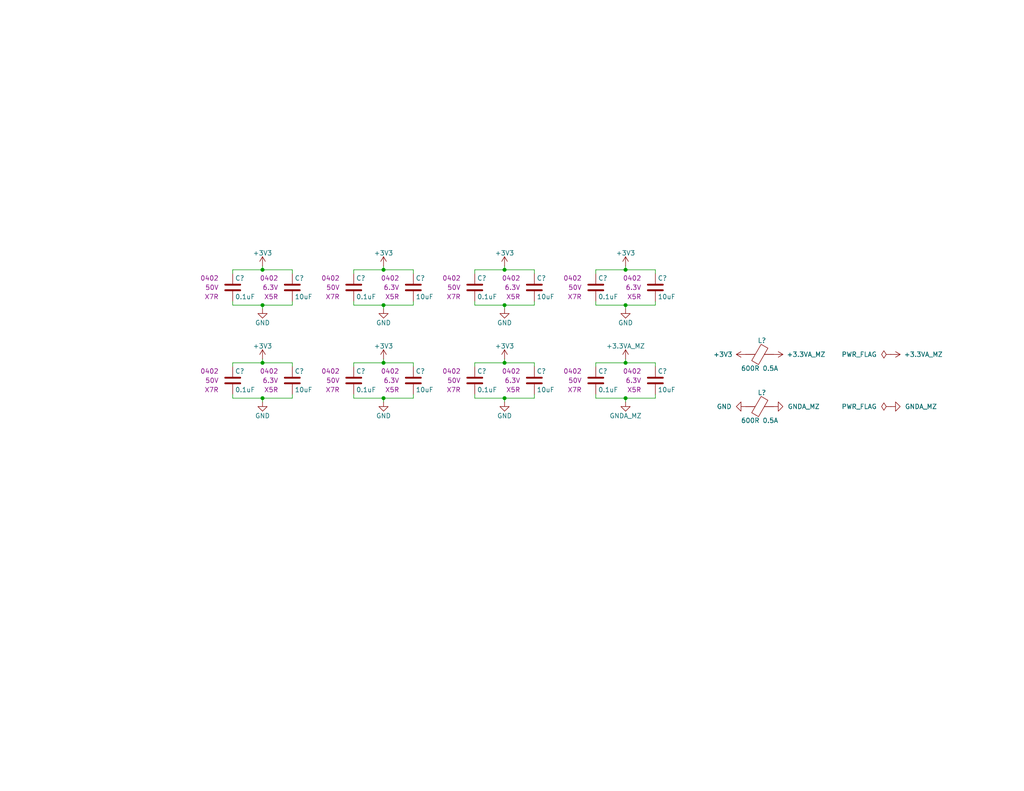
<source format=kicad_sch>
(kicad_sch (version 20211123) (generator eeschema)
  (paper "A")
  (lib_symbols
    (symbol "Custom_Library:+3.3VA_MZ" (power) (pin_names (offset 0))
      (property "Value" "+3.3VA_MZ" (at 0 3.556 0))
      (symbol "+3.3VA_MZ_0_1"
        (polyline (pts (xy -0.762 1.27) (xy 0 2.54)))
        (polyline (pts (xy 0 0) (xy 0 2.54)))
        (polyline (pts (xy 0 2.54) (xy 0.762 1.27)))
      )
      (symbol "+3.3VA_MZ_1_1"
        (pin power_in line (at 0 0 90) (length 0) hide (name "+3.3VA_MZ") (number "1"))
      )
    )
    (symbol "Custom_Library:C_Custom" (pin_numbers hide) (pin_names (offset 0.254))
      (property "Reference" "C" (at 0.635 2.54 0))
      (property "Value" "C_Custom" (at 0.635 -2.54 0))
      (property "display_footprint" "Foot" (at -3.81 2.54 0))
      (property "Voltage" "V" (at -3.81 0 0))
      (property "Dielectric" "Er" (at -3.81 -2.54 0))
      (symbol "C_Custom_0_1"
        (polyline (pts (xy -2.032 -0.762) (xy 2.032 -0.762)) (stroke (width 0.508)))
        (polyline (pts (xy -2.032 0.762) (xy 2.032 0.762)) (stroke (width 0.508)))
      )
      (symbol "C_Custom_1_1"
        (pin passive line (at 0 3.81 270) (length 2.794) (name "~") (number "1"))
        (pin passive line (at 0 -3.81 90) (length 2.794) (name "~") (number "2"))
      )
    )
    (symbol "Custom_Library:GNDA_MZ" (power) (pin_names (offset 0))
      (property "Value" "GNDA_MZ" (at 0 -3.81 0))
      (symbol "GNDA_MZ_0_1"
        (polyline (pts (xy 0 0) (xy 0 -1.27) (xy 1.27 -1.27) (xy 0 -2.54) (xy -1.27 -1.27) (xy 0 -1.27)))
      )
      (symbol "GNDA_MZ_1_1"
        (pin power_in line (at 0 0 270) (length 0) hide (name "GNDA_MZ") (number "1"))
      )
    )
    (symbol "LED_Panel_Controller-rescue:+3.3V-power" (power) (pin_names (offset 0))
      (property "Value" "+3.3V-power" (at 0 3.556 0))
      (symbol "+3.3V-power_0_1"
        (polyline (pts (xy -0.762 1.27) (xy 0 2.54)))
        (polyline (pts (xy 0 0) (xy 0 2.54)))
        (polyline (pts (xy 0 2.54) (xy 0.762 1.27)))
      )
      (symbol "+3.3V-power_1_1"
        (pin power_in line (at 0 0 90) (length 0) hide (name "+3V3") (number "1"))
      )
    )
    (symbol "LED_Panel_Controller-rescue:Ferrite_Bead-Device" (pin_numbers hide) (pin_names (offset 0))
      (property "Reference" "FB" (at -3.81 0.635 90))
      (property "Value" "Ferrite_Bead-Device" (at 3.81 0 90))
      (symbol "Ferrite_Bead-Device_0_1"
        (polyline (pts (xy 0 -1.27) (xy 0 -1.2192)))
        (polyline (pts (xy 0 1.27) (xy 0 1.2954)))
        (polyline (pts (xy -2.7686 0.4064) (xy -1.7018 2.2606) (xy 2.7686 -0.3048) (xy 1.6764 -2.159) (xy -2.7686 0.4064)))
      )
      (symbol "Ferrite_Bead-Device_1_1"
        (pin passive line (at 0 3.81 270) (length 2.54) (name "~") (number "1"))
        (pin passive line (at 0 -3.81 90) (length 2.54) (name "~") (number "2"))
      )
    )
    (symbol "power:GND" (power) (pin_names (offset 0))
      (property "Value" "GND" (at 0 -3.81 0))
      (symbol "GND_0_1"
        (polyline (pts (xy 0 0) (xy 0 -1.27) (xy 1.27 -1.27) (xy 0 -2.54) (xy -1.27 -1.27) (xy 0 -1.27)))
      )
      (symbol "GND_1_1"
        (pin power_in line (at 0 0 270) (length 0) hide (name "GND") (number "1"))
      )
    )
    (symbol "power:PWR_FLAG" (power) (pin_numbers hide) (pin_names (offset 0) hide)
      (property "Value" "PWR_FLAG" (at 0 3.81 0))
      (symbol "PWR_FLAG_0_0"
        (pin power_out line (at 0 0 90) (length 0) (name "pwr") (number "1"))
      )
      (symbol "PWR_FLAG_0_1"
        (polyline (pts (xy 0 0) (xy 0 1.27) (xy -1.016 1.905) (xy 0 2.54) (xy 1.016 1.905) (xy 0 1.27)))
      )
    )
  )
  (junction (at 104.648 83.312))
  (junction (at 71.628 99.06))
  (junction (at 137.668 73.66))
  (junction (at 71.628 108.712))
  (junction (at 137.668 108.712))
  (junction (at 137.668 83.312))
  (junction (at 104.648 108.712))
  (junction (at 170.688 108.712))
  (junction (at 170.688 83.312))
  (junction (at 170.688 73.66))
  (junction (at 104.648 99.06))
  (junction (at 170.688 99.06))
  (junction (at 104.648 73.66))
  (junction (at 71.628 73.66))
  (junction (at 137.668 99.06))
  (junction (at 71.628 83.312))
  (wire (pts (xy 162.56 108.712) (xy 170.688 108.712)))
  (wire (pts (xy 104.648 73.66) (xy 112.776 73.66)))
  (wire (pts (xy 96.52 73.66) (xy 104.648 73.66)))
  (wire (pts (xy 96.52 73.66) (xy 96.52 74.676)))
  (wire (pts (xy 178.816 99.06) (xy 178.816 100.076)))
  (wire (pts (xy 137.668 108.712) (xy 137.668 109.728)))
  (wire (pts (xy 71.628 99.06) (xy 79.756 99.06)))
  (wire (pts (xy 170.688 98.044) (xy 170.688 99.06)))
  (wire (pts (xy 129.54 83.312) (xy 137.668 83.312)))
  (wire (pts (xy 170.688 83.312) (xy 178.816 83.312)))
  (wire (pts (xy 104.648 72.644) (xy 104.648 73.66)))
  (wire (pts (xy 137.668 83.312) (xy 137.668 84.328)))
  (wire (pts (xy 137.668 72.644) (xy 137.668 73.66)))
  (wire (pts (xy 129.54 99.06) (xy 129.54 100.076)))
  (wire (pts (xy 96.52 99.06) (xy 96.52 100.076)))
  (wire (pts (xy 71.628 108.712) (xy 79.756 108.712)))
  (wire (pts (xy 162.56 83.312) (xy 170.688 83.312)))
  (wire (pts (xy 104.648 83.312) (xy 112.776 83.312)))
  (wire (pts (xy 63.5 99.06) (xy 71.628 99.06)))
  (wire (pts (xy 63.5 99.06) (xy 63.5 100.076)))
  (wire (pts (xy 71.628 108.712) (xy 71.628 109.728)))
  (wire (pts (xy 162.56 99.06) (xy 162.56 100.076)))
  (wire (pts (xy 112.776 83.312) (xy 112.776 82.296)))
  (wire (pts (xy 129.54 73.66) (xy 129.54 74.676)))
  (wire (pts (xy 104.648 108.712) (xy 104.648 109.728)))
  (wire (pts (xy 137.668 83.312) (xy 145.796 83.312)))
  (wire (pts (xy 145.796 73.66) (xy 145.796 74.676)))
  (wire (pts (xy 63.5 108.712) (xy 63.5 107.696)))
  (wire (pts (xy 63.5 73.66) (xy 63.5 74.676)))
  (wire (pts (xy 112.776 108.712) (xy 112.776 107.696)))
  (wire (pts (xy 162.56 73.66) (xy 170.688 73.66)))
  (wire (pts (xy 137.668 98.044) (xy 137.668 99.06)))
  (wire (pts (xy 129.54 108.712) (xy 129.54 107.696)))
  (wire (pts (xy 71.628 83.312) (xy 79.756 83.312)))
  (wire (pts (xy 104.648 98.044) (xy 104.648 99.06)))
  (wire (pts (xy 79.756 108.712) (xy 79.756 107.696)))
  (wire (pts (xy 129.54 83.312) (xy 129.54 82.296)))
  (wire (pts (xy 170.688 83.312) (xy 170.688 84.328)))
  (wire (pts (xy 170.688 108.712) (xy 170.688 109.728)))
  (wire (pts (xy 170.688 99.06) (xy 178.816 99.06)))
  (wire (pts (xy 145.796 99.06) (xy 145.796 100.076)))
  (wire (pts (xy 178.816 73.66) (xy 178.816 74.676)))
  (wire (pts (xy 162.56 73.66) (xy 162.56 74.676)))
  (wire (pts (xy 137.668 99.06) (xy 145.796 99.06)))
  (wire (pts (xy 112.776 99.06) (xy 112.776 100.076)))
  (wire (pts (xy 112.776 73.66) (xy 112.776 74.676)))
  (wire (pts (xy 96.52 108.712) (xy 104.648 108.712)))
  (wire (pts (xy 145.796 83.312) (xy 145.796 82.296)))
  (wire (pts (xy 96.52 83.312) (xy 104.648 83.312)))
  (wire (pts (xy 129.54 99.06) (xy 137.668 99.06)))
  (wire (pts (xy 79.756 73.66) (xy 79.756 74.676)))
  (wire (pts (xy 96.52 108.712) (xy 96.52 107.696)))
  (wire (pts (xy 63.5 108.712) (xy 71.628 108.712)))
  (wire (pts (xy 71.628 73.66) (xy 79.756 73.66)))
  (wire (pts (xy 79.756 99.06) (xy 79.756 100.076)))
  (wire (pts (xy 129.54 108.712) (xy 137.668 108.712)))
  (wire (pts (xy 104.648 83.312) (xy 104.648 84.328)))
  (wire (pts (xy 96.52 99.06) (xy 104.648 99.06)))
  (wire (pts (xy 178.816 83.312) (xy 178.816 82.296)))
  (wire (pts (xy 162.56 83.312) (xy 162.56 82.296)))
  (wire (pts (xy 63.5 83.312) (xy 63.5 82.296)))
  (wire (pts (xy 178.816 108.712) (xy 178.816 107.696)))
  (wire (pts (xy 63.5 73.66) (xy 71.628 73.66)))
  (wire (pts (xy 170.688 108.712) (xy 178.816 108.712)))
  (wire (pts (xy 129.54 73.66) (xy 137.668 73.66)))
  (wire (pts (xy 96.52 83.312) (xy 96.52 82.296)))
  (wire (pts (xy 162.56 99.06) (xy 170.688 99.06)))
  (wire (pts (xy 104.648 108.712) (xy 112.776 108.712)))
  (wire (pts (xy 71.628 98.044) (xy 71.628 99.06)))
  (wire (pts (xy 137.668 108.712) (xy 145.796 108.712)))
  (wire (pts (xy 145.796 108.712) (xy 145.796 107.696)))
  (wire (pts (xy 71.628 83.312) (xy 71.628 84.328)))
  (wire (pts (xy 79.756 83.312) (xy 79.756 82.296)))
  (wire (pts (xy 162.56 108.712) (xy 162.56 107.696)))
  (wire (pts (xy 71.628 72.644) (xy 71.628 73.66)))
  (wire (pts (xy 170.688 73.66) (xy 178.816 73.66)))
  (wire (pts (xy 63.5 83.312) (xy 71.628 83.312)))
  (wire (pts (xy 170.688 72.644) (xy 170.688 73.66)))
  (wire (pts (xy 137.668 73.66) (xy 145.796 73.66)))
  (wire (pts (xy 104.648 99.06) (xy 112.776 99.06)))
  (symbol (lib_id "Custom_Library:C_Custom") (at 162.56 103.886 0) (unit 1)
    (property "Reference" "C?" (at 163.195 101.346 0) (effects (justify left)))
    (property "Value" "0.1uF" (at 163.195 106.426 0) (effects (justify left)))
    (property "Footprint" "Capacitors_SMD:C_0402" (effects hide))
    (property "display_footprint" "0402" (at 158.75 101.346 0) (effects (justify right)))
    (property "Voltage" "50V" (at 158.75 103.886 0) (effects (justify right)))
    (property "Dielectric" "X7R" (at 158.75 106.426 0) (effects (justify right)))
    (property "Digi-Key PN" "490-10698-1-ND" (effects hide))
  )
  (symbol (lib_id "power:GND") (at 104.648 84.328 0) (unit 1)
    (property "Reference" "#PWR?" (effects hide))
    (property "Value" "GND" (at 104.648 88.138 0))
  )
  (symbol (lib_id "LED_Panel_Controller-rescue:+3.3V-power") (at 203.454 96.774 90) (unit 1)
    (property "Reference" "#PWR?" (effects hide))
    (property "Value" "+3.3V" (at 199.898 96.774 90) (effects (justify left)))
  )
  (symbol (lib_id "power:GND") (at 137.668 84.328 0) (unit 1)
    (property "Reference" "#PWR?" (effects hide))
    (property "Value" "GND" (at 137.668 88.138 0))
  )
  (symbol (lib_id "Custom_Library:GNDA_MZ") (at 170.688 109.728 0) (unit 1)
    (property "Reference" "#PWR?" (effects hide))
    (property "Value" "GNDA_MZ" (at 170.688 113.538 0))
  )
  (symbol (lib_id "Custom_Library:C_Custom") (at 129.54 78.486 0) (unit 1)
    (property "Reference" "C?" (at 130.175 75.946 0) (effects (justify left)))
    (property "Value" "0.1uF" (at 130.175 81.026 0) (effects (justify left)))
    (property "Footprint" "Capacitors_SMD:C_0402" (effects hide))
    (property "display_footprint" "0402" (at 125.73 75.946 0) (effects (justify right)))
    (property "Voltage" "50V" (at 125.73 78.486 0) (effects (justify right)))
    (property "Dielectric" "X7R" (at 125.73 81.026 0) (effects (justify right)))
    (property "Digi-Key PN" "490-10698-1-ND" (effects hide))
  )
  (symbol (lib_id "Custom_Library:C_Custom") (at 112.776 103.886 0) (unit 1)
    (property "Reference" "C?" (at 113.411 101.346 0) (effects (justify left)))
    (property "Value" "10uF" (at 113.411 106.426 0) (effects (justify left)))
    (property "Footprint" "Capacitors_SMD:C_0402" (effects hide))
    (property "display_footprint" "0402" (at 108.966 101.346 0) (effects (justify right)))
    (property "Voltage" "6.3V" (at 108.966 103.886 0) (effects (justify right)))
    (property "Dielectric" "X5R" (at 108.966 106.426 0) (effects (justify right)))
    (property "Digi-Key PN" "1276-1451-1-ND" (effects hide))
  )
  (symbol (lib_id "Custom_Library:C_Custom") (at 162.56 78.486 0) (unit 1)
    (property "Reference" "C?" (at 163.195 75.946 0) (effects (justify left)))
    (property "Value" "0.1uF" (at 163.195 81.026 0) (effects (justify left)))
    (property "Footprint" "Capacitors_SMD:C_0402" (effects hide))
    (property "display_footprint" "0402" (at 158.75 75.946 0) (effects (justify right)))
    (property "Voltage" "50V" (at 158.75 78.486 0) (effects (justify right)))
    (property "Dielectric" "X7R" (at 158.75 81.026 0) (effects (justify right)))
    (property "Digi-Key PN" "490-10698-1-ND" (effects hide))
  )
  (symbol (lib_id "Custom_Library:C_Custom") (at 63.5 103.886 0) (unit 1)
    (property "Reference" "C?" (at 64.135 101.346 0) (effects (justify left)))
    (property "Value" "0.1uF" (at 64.135 106.426 0) (effects (justify left)))
    (property "Footprint" "Capacitors_SMD:C_0402" (effects hide))
    (property "display_footprint" "0402" (at 59.69 101.346 0) (effects (justify right)))
    (property "Voltage" "50V" (at 59.69 103.886 0) (effects (justify right)))
    (property "Dielectric" "X7R" (at 59.69 106.426 0) (effects (justify right)))
    (property "Digi-Key PN" "490-10698-1-ND" (effects hide))
  )
  (symbol (lib_id "Custom_Library:C_Custom") (at 63.5 78.486 0) (unit 1)
    (property "Reference" "C?" (at 64.135 75.946 0) (effects (justify left)))
    (property "Value" "0.1uF" (at 64.135 81.026 0) (effects (justify left)))
    (property "Footprint" "Capacitors_SMD:C_0402" (effects hide))
    (property "display_footprint" "0402" (at 59.69 75.946 0) (effects (justify right)))
    (property "Voltage" "50V" (at 59.69 78.486 0) (effects (justify right)))
    (property "Dielectric" "X7R" (at 59.69 81.026 0) (effects (justify right)))
    (property "Digi-Key PN" "490-10698-1-ND" (effects hide))
  )
  (symbol (lib_id "LED_Panel_Controller-rescue:+3.3V-power") (at 104.648 98.044 0) (unit 1)
    (property "Reference" "#PWR?" (effects hide))
    (property "Value" "+3.3V" (at 104.648 94.488 0))
  )
  (symbol (lib_id "power:GND") (at 170.688 84.328 0) (unit 1)
    (property "Reference" "#PWR?" (effects hide))
    (property "Value" "GND" (at 170.688 88.138 0))
  )
  (symbol (lib_id "LED_Panel_Controller-rescue:+3.3V-power") (at 137.668 98.044 0) (unit 1)
    (property "Reference" "#PWR?" (effects hide))
    (property "Value" "+3.3V" (at 137.668 94.488 0))
  )
  (symbol (lib_id "LED_Panel_Controller-rescue:Ferrite_Bead-Device") (at 207.264 110.998 270) (unit 1)
    (property "Reference" "L?" (at 207.899 107.188 90))
    (property "Value" "600R 0.5A" (at 207.264 114.808 90))
    (property "Footprint" "Inductors_SMD:L_0402" (effects hide))
    (property "Digi-Key PN" "490-5441-1-ND" (effects hide))
  )
  (symbol (lib_id "Custom_Library:+3.3VA_MZ") (at 211.074 96.774 270) (unit 1)
    (property "Reference" "#PWR?" (effects hide))
    (property "Value" "+3.3VA_MZ" (at 214.63 96.774 90) (effects (justify left)))
  )
  (symbol (lib_id "Custom_Library:C_Custom") (at 145.796 103.886 0) (unit 1)
    (property "Reference" "C?" (at 146.431 101.346 0) (effects (justify left)))
    (property "Value" "10uF" (at 146.431 106.426 0) (effects (justify left)))
    (property "Footprint" "Capacitors_SMD:C_0402" (effects hide))
    (property "display_footprint" "0402" (at 141.986 101.346 0) (effects (justify right)))
    (property "Voltage" "6.3V" (at 141.986 103.886 0) (effects (justify right)))
    (property "Dielectric" "X5R" (at 141.986 106.426 0) (effects (justify right)))
    (property "Digi-Key PN" "1276-1451-1-ND" (effects hide))
  )
  (symbol (lib_id "LED_Panel_Controller-rescue:Ferrite_Bead-Device") (at 207.264 96.774 270) (unit 1)
    (property "Reference" "L?" (at 207.899 92.964 90))
    (property "Value" "600R 0.5A" (at 207.264 100.584 90))
    (property "Footprint" "Inductors_SMD:L_0402" (effects hide))
    (property "Digi-Key PN" "490-5441-1-ND" (effects hide))
  )
  (symbol (lib_id "power:GND") (at 137.668 109.728 0) (unit 1)
    (property "Reference" "#PWR?" (effects hide))
    (property "Value" "GND" (at 137.668 113.538 0))
  )
  (symbol (lib_id "power:GND") (at 104.648 109.728 0) (unit 1)
    (property "Reference" "#PWR?" (effects hide))
    (property "Value" "GND" (at 104.648 113.538 0))
  )
  (symbol (lib_id "LED_Panel_Controller-rescue:+3.3V-power") (at 71.628 98.044 0) (unit 1)
    (property "Reference" "#PWR?" (effects hide))
    (property "Value" "+3.3V" (at 71.628 94.488 0))
  )
  (symbol (lib_id "Custom_Library:C_Custom") (at 79.756 78.486 0) (unit 1)
    (property "Reference" "C?" (at 80.391 75.946 0) (effects (justify left)))
    (property "Value" "10uF" (at 80.391 81.026 0) (effects (justify left)))
    (property "Footprint" "Capacitors_SMD:C_0402" (effects hide))
    (property "display_footprint" "0402" (at 75.946 75.946 0) (effects (justify right)))
    (property "Voltage" "6.3V" (at 75.946 78.486 0) (effects (justify right)))
    (property "Dielectric" "X5R" (at 75.946 81.026 0) (effects (justify right)))
    (property "Digi-Key PN" "1276-1451-1-ND" (effects hide))
  )
  (symbol (lib_id "Custom_Library:C_Custom") (at 79.756 103.886 0) (unit 1)
    (property "Reference" "C?" (at 80.391 101.346 0) (effects (justify left)))
    (property "Value" "10uF" (at 80.391 106.426 0) (effects (justify left)))
    (property "Footprint" "Capacitors_SMD:C_0402" (effects hide))
    (property "display_footprint" "0402" (at 75.946 101.346 0) (effects (justify right)))
    (property "Voltage" "6.3V" (at 75.946 103.886 0) (effects (justify right)))
    (property "Dielectric" "X5R" (at 75.946 106.426 0) (effects (justify right)))
    (property "Digi-Key PN" "1276-1451-1-ND" (effects hide))
  )
  (symbol (lib_id "power:GND") (at 203.454 110.998 270) (unit 1)
    (property "Reference" "#PWR?" (effects hide))
    (property "Value" "GND" (at 199.644 110.998 90) (effects (justify right)))
  )
  (symbol (lib_id "Custom_Library:+3.3VA_MZ") (at 170.688 98.044 0) (unit 1)
    (property "Reference" "#PWR?" (effects hide))
    (property "Value" "+3.3VA_MZ" (at 170.688 94.488 0))
  )
  (symbol (lib_id "LED_Panel_Controller-rescue:+3.3V-power") (at 137.668 72.644 0) (unit 1)
    (property "Reference" "#PWR?" (effects hide))
    (property "Value" "+3.3V" (at 137.668 69.088 0))
  )
  (symbol (lib_id "Custom_Library:C_Custom") (at 145.796 78.486 0) (unit 1)
    (property "Reference" "C?" (at 146.431 75.946 0) (effects (justify left)))
    (property "Value" "10uF" (at 146.431 81.026 0) (effects (justify left)))
    (property "Footprint" "Capacitors_SMD:C_0402" (effects hide))
    (property "display_footprint" "0402" (at 141.986 75.946 0) (effects (justify right)))
    (property "Voltage" "6.3V" (at 141.986 78.486 0) (effects (justify right)))
    (property "Dielectric" "X5R" (at 141.986 81.026 0) (effects (justify right)))
    (property "Digi-Key PN" "1276-1451-1-ND" (effects hide))
  )
  (symbol (lib_id "Custom_Library:GNDA_MZ") (at 243.078 110.998 90) (unit 1)
    (property "Reference" "#PWR?" (effects hide))
    (property "Value" "GNDA_MZ" (at 246.888 110.998 90) (effects (justify right)))
  )
  (symbol (lib_id "power:PWR_FLAG") (at 243.078 96.774 90) (unit 1)
    (property "Reference" "#FLG?" (effects hide))
    (property "Value" "PWR_FLAG" (at 239.268 96.774 90) (effects (justify left)))
  )
  (symbol (lib_id "LED_Panel_Controller-rescue:+3.3V-power") (at 104.648 72.644 0) (unit 1)
    (property "Reference" "#PWR?" (effects hide))
    (property "Value" "+3.3V" (at 104.648 69.088 0))
  )
  (symbol (lib_id "Custom_Library:C_Custom") (at 96.52 78.486 0) (unit 1)
    (property "Reference" "C?" (at 97.155 75.946 0) (effects (justify left)))
    (property "Value" "0.1uF" (at 97.155 81.026 0) (effects (justify left)))
    (property "Footprint" "Capacitors_SMD:C_0402" (effects hide))
    (property "display_footprint" "0402" (at 92.71 75.946 0) (effects (justify right)))
    (property "Voltage" "50V" (at 92.71 78.486 0) (effects (justify right)))
    (property "Dielectric" "X7R" (at 92.71 81.026 0) (effects (justify right)))
    (property "Digi-Key PN" "490-10698-1-ND" (effects hide))
  )
  (symbol (lib_id "Custom_Library:C_Custom") (at 178.816 103.886 0) (unit 1)
    (property "Reference" "C?" (at 179.451 101.346 0) (effects (justify left)))
    (property "Value" "10uF" (at 179.451 106.426 0) (effects (justify left)))
    (property "Footprint" "Capacitors_SMD:C_0402" (effects hide))
    (property "display_footprint" "0402" (at 175.006 101.346 0) (effects (justify right)))
    (property "Voltage" "6.3V" (at 175.006 103.886 0) (effects (justify right)))
    (property "Dielectric" "X5R" (at 175.006 106.426 0) (effects (justify right)))
    (property "Digi-Key PN" "1276-1451-1-ND" (effects hide))
  )
  (symbol (lib_id "Custom_Library:C_Custom") (at 96.52 103.886 0) (unit 1)
    (property "Reference" "C?" (at 97.155 101.346 0) (effects (justify left)))
    (property "Value" "0.1uF" (at 97.155 106.426 0) (effects (justify left)))
    (property "Footprint" "Capacitors_SMD:C_0402" (effects hide))
    (property "display_footprint" "0402" (at 92.71 101.346 0) (effects (justify right)))
    (property "Voltage" "50V" (at 92.71 103.886 0) (effects (justify right)))
    (property "Dielectric" "X7R" (at 92.71 106.426 0) (effects (justify right)))
    (property "Digi-Key PN" "490-10698-1-ND" (effects hide))
  )
  (symbol (lib_id "LED_Panel_Controller-rescue:+3.3V-power") (at 71.628 72.644 0) (unit 1)
    (property "Reference" "#PWR?" (effects hide))
    (property "Value" "+3.3V" (at 71.628 69.088 0))
  )
  (symbol (lib_id "power:GND") (at 71.628 84.328 0) (unit 1)
    (property "Reference" "#PWR?" (effects hide))
    (property "Value" "GND" (at 71.628 88.138 0))
  )
  (symbol (lib_id "Custom_Library:GNDA_MZ") (at 211.074 110.998 90) (unit 1)
    (property "Reference" "#PWR?" (effects hide))
    (property "Value" "GNDA_MZ" (at 214.884 110.998 90) (effects (justify right)))
  )
  (symbol (lib_id "Custom_Library:C_Custom") (at 112.776 78.486 0) (unit 1)
    (property "Reference" "C?" (at 113.411 75.946 0) (effects (justify left)))
    (property "Value" "10uF" (at 113.411 81.026 0) (effects (justify left)))
    (property "Footprint" "Capacitors_SMD:C_0402" (effects hide))
    (property "display_footprint" "0402" (at 108.966 75.946 0) (effects (justify right)))
    (property "Voltage" "6.3V" (at 108.966 78.486 0) (effects (justify right)))
    (property "Dielectric" "X5R" (at 108.966 81.026 0) (effects (justify right)))
    (property "Digi-Key PN" "1276-1451-1-ND" (effects hide))
  )
  (symbol (lib_id "Custom_Library:+3.3VA_MZ") (at 243.078 96.774 270) (unit 1)
    (property "Reference" "#PWR?" (effects hide))
    (property "Value" "+3.3VA_MZ" (at 246.634 96.774 90) (effects (justify left)))
  )
  (symbol (lib_id "power:PWR_FLAG") (at 243.078 110.998 90) (unit 1)
    (property "Reference" "#FLG?" (effects hide))
    (property "Value" "PWR_FLAG" (at 239.268 110.998 90) (effects (justify left)))
  )
  (symbol (lib_id "Custom_Library:C_Custom") (at 129.54 103.886 0) (unit 1)
    (property "Reference" "C?" (at 130.175 101.346 0) (effects (justify left)))
    (property "Value" "0.1uF" (at 130.175 106.426 0) (effects (justify left)))
    (property "Footprint" "Capacitors_SMD:C_0402" (effects hide))
    (property "display_footprint" "0402" (at 125.73 101.346 0) (effects (justify right)))
    (property "Voltage" "50V" (at 125.73 103.886 0) (effects (justify right)))
    (property "Dielectric" "X7R" (at 125.73 106.426 0) (effects (justify right)))
    (property "Digi-Key PN" "490-10698-1-ND" (effects hide))
  )
  (symbol (lib_id "LED_Panel_Controller-rescue:+3.3V-power") (at 170.688 72.644 0) (unit 1)
    (property "Reference" "#PWR?" (effects hide))
    (property "Value" "+3.3V" (at 170.688 69.088 0))
  )
  (symbol (lib_id "power:GND") (at 71.628 109.728 0) (unit 1)
    (property "Reference" "#PWR?" (effects hide))
    (property "Value" "GND" (at 71.628 113.538 0))
  )
  (symbol (lib_id "Custom_Library:C_Custom") (at 178.816 78.486 0) (unit 1)
    (property "Reference" "C?" (at 179.451 75.946 0) (effects (justify left)))
    (property "Value" "10uF" (at 179.451 81.026 0) (effects (justify left)))
    (property "Footprint" "Capacitors_SMD:C_0402" (effects hide))
    (property "display_footprint" "0402" (at 175.006 75.946 0) (effects (justify right)))
    (property "Voltage" "6.3V" (at 175.006 78.486 0) (effects (justify right)))
    (property "Dielectric" "X5R" (at 175.006 81.026 0) (effects (justify right)))
    (property "Digi-Key PN" "1276-1451-1-ND" (effects hide))
  )
)
</source>
